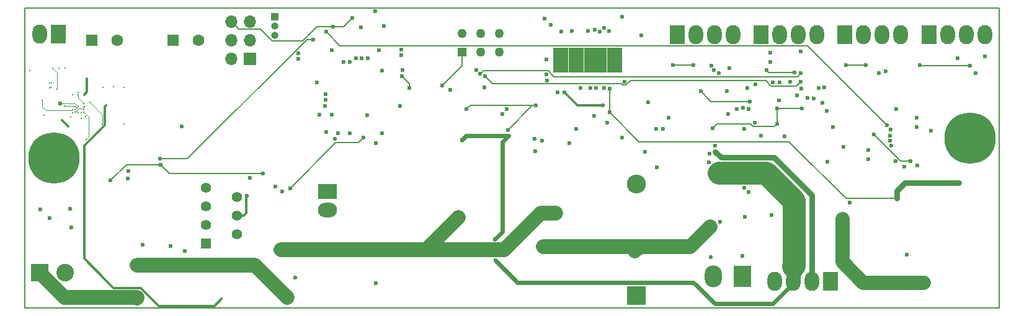
<source format=gbr>
G04 #@! TF.FileFunction,Copper,L2,Inr,Signal*
%FSLAX46Y46*%
G04 Gerber Fmt 4.6, Leading zero omitted, Abs format (unit mm)*
G04 Created by KiCad (PCBNEW 4.0.7) date 06/06/18 14:30:24*
%MOMM*%
%LPD*%
G01*
G04 APERTURE LIST*
%ADD10C,0.100000*%
%ADD11C,0.150000*%
%ADD12R,1.600000X1.600000*%
%ADD13C,1.600000*%
%ADD14R,2.600000X2.600000*%
%ADD15O,2.600000X2.600000*%
%ADD16C,7.000000*%
%ADD17R,1.700000X1.700000*%
%ADD18O,1.700000X1.700000*%
%ADD19R,1.000000X1.000000*%
%ADD20O,1.000000X1.000000*%
%ADD21R,2.350000X3.000000*%
%ADD22O,2.350000X3.000000*%
%ADD23C,1.270000*%
%ADD24R,1.270000X1.270000*%
%ADD25R,2.000000X2.600000*%
%ADD26O,2.000000X2.600000*%
%ADD27R,1.397000X1.397000*%
%ADD28C,1.397000*%
%ADD29R,1.100000X0.890000*%
%ADD30R,2.600000X2.000000*%
%ADD31O,2.600000X2.000000*%
%ADD32C,2.400000*%
%ADD33R,2.400000X2.400000*%
%ADD34C,0.600000*%
%ADD35C,0.200000*%
%ADD36C,0.200000*%
%ADD37C,0.300000*%
%ADD38C,0.800000*%
%ADD39C,1.960000*%
%ADD40C,2.000000*%
%ADD41C,0.600000*%
%ADD42C,3.120000*%
G04 APERTURE END LIST*
D10*
D11*
X25000000Y-164000000D02*
X25000000Y-123000000D01*
X158000000Y-164000000D02*
X25000000Y-164000000D01*
X158000000Y-123000000D02*
X158000000Y-164000000D01*
X25000000Y-123000000D02*
X158000000Y-123000000D01*
D12*
X45200000Y-127450000D03*
D13*
X48700000Y-127450000D03*
D12*
X34100000Y-127450000D03*
D13*
X37600000Y-127450000D03*
D14*
X108490000Y-162350000D03*
D15*
X108490000Y-147110000D03*
D16*
X154010000Y-140810000D03*
D17*
X55690000Y-129950000D03*
D18*
X53150000Y-129950000D03*
X55690000Y-127410000D03*
X53150000Y-127410000D03*
X55690000Y-124870000D03*
X53150000Y-124870000D03*
D19*
X59090000Y-124250000D03*
D20*
X59090000Y-125520000D03*
X59090000Y-126790000D03*
D21*
X122950000Y-159700000D03*
D22*
X118990000Y-159700000D03*
D23*
X84690000Y-126480000D03*
X87230000Y-126480000D03*
X89770000Y-126480000D03*
D24*
X84690000Y-129020000D03*
D23*
X87230000Y-129020000D03*
X89770000Y-129020000D03*
D25*
X125520000Y-126650000D03*
D26*
X128060000Y-126650000D03*
X130600000Y-126650000D03*
X133140000Y-126650000D03*
D25*
X114080000Y-126650000D03*
D26*
X116620000Y-126650000D03*
X119160000Y-126650000D03*
X121700000Y-126650000D03*
D25*
X136950000Y-126650000D03*
D26*
X139490000Y-126650000D03*
X142030000Y-126650000D03*
X144570000Y-126650000D03*
D25*
X148400000Y-126650000D03*
D26*
X150940000Y-126650000D03*
X153480000Y-126650000D03*
X156020000Y-126650000D03*
D27*
X49724000Y-155220000D03*
D28*
X53915000Y-153950000D03*
X49724000Y-152680000D03*
X53915000Y-151410000D03*
X49724000Y-150140000D03*
X53915000Y-148870000D03*
X49724000Y-147600000D03*
D29*
X106045000Y-131385000D03*
X106045000Y-130535000D03*
X106045000Y-128835000D03*
X106045000Y-129685000D03*
X104988750Y-129685000D03*
X104988750Y-128835000D03*
X104988750Y-130535000D03*
X104988750Y-131385000D03*
X103932500Y-131385000D03*
X103932500Y-130535000D03*
X103932500Y-128835000D03*
X103932500Y-129685000D03*
X102876250Y-129685000D03*
X102876250Y-128835000D03*
X102876250Y-130535000D03*
X102876250Y-131385000D03*
X101820000Y-131385000D03*
X101820000Y-130535000D03*
X101820000Y-128835000D03*
X101820000Y-129685000D03*
X100763750Y-129685000D03*
X100763750Y-128835000D03*
X100763750Y-130535000D03*
X100763750Y-131385000D03*
X99707500Y-131385000D03*
X99707500Y-130535000D03*
X99707500Y-128835000D03*
X99707500Y-129685000D03*
X98651250Y-129685000D03*
X98651250Y-128835000D03*
X98651250Y-130535000D03*
X98651250Y-131385000D03*
X97595000Y-131385000D03*
X97595000Y-130535000D03*
X97595000Y-128835000D03*
X97595000Y-129685000D03*
D16*
X29000000Y-143500000D03*
D30*
X66330000Y-148100000D03*
D31*
X66330000Y-150640000D03*
D25*
X29550000Y-126600000D03*
D26*
X27010000Y-126600000D03*
D32*
X30500000Y-159200000D03*
D33*
X27000000Y-159200000D03*
D25*
X134950000Y-160350000D03*
D26*
X132410000Y-160350000D03*
X129870000Y-160350000D03*
X127330000Y-160350000D03*
D34*
X117260000Y-134399999D03*
X87680000Y-133900000D03*
X94670000Y-142550000D03*
X126248909Y-131521091D03*
X123975028Y-135790010D03*
X134480000Y-137070000D03*
X146740000Y-139240000D03*
X143876446Y-143973554D03*
X140120000Y-142450000D03*
X133830000Y-135950000D03*
X130070000Y-131800000D03*
X36680000Y-146600000D03*
X43520000Y-144450000D03*
X57460000Y-145630000D03*
X61230000Y-147640000D03*
X71200000Y-140740000D03*
X72875860Y-141510000D03*
X73788316Y-140129999D03*
X83100000Y-134210000D03*
X74020000Y-125490000D03*
X69670000Y-124340000D03*
X67040000Y-125530000D03*
X119004779Y-131524908D03*
X109680000Y-142680000D03*
X112825002Y-138050000D03*
X111250000Y-144743658D03*
X123020000Y-136640000D03*
X121200000Y-131250000D03*
X129480000Y-133059999D03*
X146710000Y-138050000D03*
X145040000Y-144670000D03*
X143960000Y-136820000D03*
X147120000Y-130820000D03*
X154000000Y-130890000D03*
X142520000Y-131670000D03*
X76450000Y-132380000D03*
X77460000Y-133930000D03*
X71740000Y-137670000D03*
X73780000Y-131590000D03*
X66890000Y-128800000D03*
X70910000Y-125610000D03*
X64900000Y-133210000D03*
X72800000Y-123480000D03*
X61930000Y-159850000D03*
X72920000Y-160590000D03*
X99341728Y-141509990D03*
X55700000Y-146190000D03*
X118620000Y-157050000D03*
X90140000Y-137480000D03*
X119890000Y-152200000D03*
X122940000Y-156880000D03*
D35*
X31480000Y-134910000D03*
X25650000Y-131580000D03*
D34*
X44850000Y-155540000D03*
D35*
X51850000Y-162770000D03*
X36110000Y-136300000D03*
X33060000Y-136100000D03*
X32270000Y-134900000D03*
D34*
X119250000Y-142650000D03*
X121030000Y-137480000D03*
X123230000Y-139530000D03*
X156020000Y-129600000D03*
X145390000Y-156730000D03*
X123760000Y-136800000D03*
X123180000Y-147610000D03*
X96170000Y-130030000D03*
X134500000Y-144030000D03*
X123640000Y-133960000D03*
X104100000Y-125750000D03*
X95960000Y-124430000D03*
X96750000Y-125330000D03*
X106480000Y-124220000D03*
X102800000Y-126030000D03*
X106820000Y-133060000D03*
X102960000Y-133980000D03*
X103860000Y-136350000D03*
X98600000Y-134520000D03*
X104820000Y-137290000D03*
X104810000Y-133990000D03*
X152510000Y-146890000D03*
X144050000Y-149060000D03*
X146780000Y-144560000D03*
X102160000Y-133970000D03*
X102720000Y-137760000D03*
X46420000Y-139170000D03*
X27100000Y-150500000D03*
X154810000Y-131920000D03*
X130880000Y-133090000D03*
X87770000Y-132360000D03*
X65970000Y-136420000D03*
X87155891Y-132024014D03*
X141580000Y-131910000D03*
X130930000Y-131950000D03*
X66010000Y-135530000D03*
X86656890Y-131533081D03*
X118710000Y-130890000D03*
X66050686Y-134800686D03*
X113450000Y-130840000D03*
X116280000Y-130850000D03*
X123250000Y-151540000D03*
X108250000Y-156240000D03*
X118550000Y-152930000D03*
X95740000Y-155630000D03*
X152300000Y-129860000D03*
X119250001Y-141850000D03*
X134110000Y-133860000D03*
X143190000Y-139640000D03*
X126750000Y-130360000D03*
X126750000Y-129140000D03*
X94600000Y-140890000D03*
X68540000Y-130390000D03*
X60100000Y-148110000D03*
X39150000Y-145320000D03*
D35*
X32660000Y-138110000D03*
D34*
X98210000Y-126210000D03*
X123770000Y-148190000D03*
X128660000Y-140550000D03*
X140160000Y-143710000D03*
X125520000Y-140470000D03*
X99620000Y-126160000D03*
X127110000Y-133160000D03*
X103510000Y-126220000D03*
X137630000Y-149590000D03*
X101830000Y-126140000D03*
X136730000Y-142020000D03*
X46840000Y-156200000D03*
X31180000Y-150420000D03*
X41080000Y-155400000D03*
X40330000Y-162610000D03*
X135320000Y-139310000D03*
X104080000Y-133980000D03*
X104470000Y-138690000D03*
X109100000Y-126790000D03*
X104730000Y-126190000D03*
X100820000Y-133950000D03*
X97740000Y-134570000D03*
X143060000Y-141160000D03*
X96240000Y-132890000D03*
X66920000Y-137610000D03*
X84670000Y-141050000D03*
X91010000Y-140500000D03*
X89180000Y-154610000D03*
X89210000Y-157520000D03*
X119710000Y-145570000D03*
D35*
X33070000Y-134900000D03*
X33420000Y-132650000D03*
X31260000Y-137900000D03*
X30450000Y-131200000D03*
X28590000Y-133280000D03*
X28580000Y-133900000D03*
X33270000Y-137870000D03*
X28330000Y-133280000D03*
X28330000Y-133920000D03*
X29600000Y-131220000D03*
X28750000Y-131200000D03*
X29390000Y-134110000D03*
D34*
X124660000Y-138720000D03*
X124740000Y-133450000D03*
X106500000Y-140690000D03*
X131850000Y-135330000D03*
X120850000Y-134400000D03*
X122190000Y-136790000D03*
X132720000Y-135370000D03*
X71773646Y-129879990D03*
D35*
X27580000Y-137650000D03*
X31460000Y-137300000D03*
X33340000Y-140970000D03*
X33060000Y-137290000D03*
X31470000Y-136910000D03*
X27320000Y-135650000D03*
X38540000Y-138840000D03*
X33060000Y-136890000D03*
X31870000Y-136900000D03*
X37070000Y-133820000D03*
X32260000Y-134500000D03*
X35610000Y-133840000D03*
X38520000Y-133840000D03*
X32270000Y-137300000D03*
D34*
X111150000Y-139560000D03*
X112090000Y-139530000D03*
X148690000Y-139780000D03*
X81950000Y-133630000D03*
X137050000Y-130840000D03*
X139760000Y-130850000D03*
X118450002Y-142900000D03*
X67730000Y-140160000D03*
X65210000Y-137590000D03*
X119760000Y-131900000D03*
X130960000Y-134010000D03*
X66090000Y-140000000D03*
X62350000Y-129200000D03*
X70950000Y-129880000D03*
X62320000Y-130000000D03*
X70160000Y-129870000D03*
X73330000Y-128760000D03*
X130360000Y-134990000D03*
X76410000Y-129430000D03*
X127928312Y-135626131D03*
X76540000Y-131490000D03*
X100270000Y-139560001D03*
X90740000Y-136830000D03*
X76240000Y-136390000D03*
X145920000Y-143940000D03*
X140910000Y-140300000D03*
X64340000Y-127340000D03*
X43480000Y-143630000D03*
X142692460Y-139047540D03*
X66150000Y-126270000D03*
X29810000Y-136100000D03*
D35*
X32270000Y-136490000D03*
D34*
X67290000Y-140930000D03*
X31370000Y-153030000D03*
X69340000Y-140130000D03*
X143110000Y-140430000D03*
X76400000Y-128700000D03*
X96160000Y-132100000D03*
X110110000Y-135860000D03*
X126900000Y-151290000D03*
X147690000Y-160540000D03*
X136540000Y-151780000D03*
X55313511Y-148660000D03*
D35*
X30041778Y-138308222D03*
X30360000Y-136390000D03*
X30950000Y-139220000D03*
X33080000Y-136510000D03*
X31870000Y-137280000D03*
X31870000Y-136500000D03*
D34*
X97480000Y-151080000D03*
X84180000Y-151660000D03*
X59930000Y-156070000D03*
X118407773Y-144078886D03*
X133380000Y-133920000D03*
X143250000Y-141860000D03*
X95630000Y-141140000D03*
X69340000Y-130380000D03*
X59200000Y-147400000D03*
X39060000Y-146270000D03*
D35*
X32660000Y-137310000D03*
D34*
X118838554Y-139468554D03*
X127660000Y-138830000D03*
X131060002Y-136765002D03*
X127670000Y-136780000D03*
X128000000Y-133160001D03*
X130930000Y-128980000D03*
X85300000Y-136790000D03*
X94730000Y-136330000D03*
X90900000Y-139710000D03*
D35*
X33890000Y-135900000D03*
X35540000Y-138940000D03*
D34*
X28410000Y-151760000D03*
X60830000Y-162600000D03*
X51500000Y-158130000D03*
X40300000Y-158200000D03*
D36*
X123975028Y-135790010D02*
X118650011Y-135790010D01*
X118650011Y-135790010D02*
X117260000Y-134399999D01*
X130070000Y-131800000D02*
X126527818Y-131800000D01*
X126527818Y-131800000D02*
X126248909Y-131521091D01*
X43520000Y-144450000D02*
X38830000Y-144450000D01*
X38830000Y-144450000D02*
X36680000Y-146600000D01*
X57460000Y-145630000D02*
X44700000Y-145630000D01*
X44700000Y-145630000D02*
X43520000Y-144450000D01*
X71200000Y-140740000D02*
X70509999Y-141430001D01*
X70509999Y-141430001D02*
X67439999Y-141430001D01*
X67439999Y-141430001D02*
X61230000Y-147640000D01*
X67040000Y-125530000D02*
X68480000Y-125530000D01*
X68480000Y-125530000D02*
X69670000Y-124340000D01*
X53150000Y-124870000D02*
X54200001Y-125920001D01*
X54200001Y-125920001D02*
X57183999Y-125920001D01*
X57183999Y-125920001D02*
X58753999Y-127490001D01*
X58753999Y-127490001D02*
X62895719Y-127490001D01*
X62895719Y-127490001D02*
X64855720Y-125530000D01*
X64855720Y-125530000D02*
X67040000Y-125530000D01*
X154000000Y-130890000D02*
X147190000Y-130890000D01*
X147190000Y-130890000D02*
X147120000Y-130820000D01*
X77460000Y-133930000D02*
X77460000Y-133390000D01*
X77460000Y-133390000D02*
X76450000Y-132380000D01*
D37*
X35930000Y-136480000D02*
X35930000Y-138990000D01*
X36110000Y-136300000D02*
X35930000Y-136480000D01*
X35930000Y-160070000D02*
X37130000Y-161270000D01*
X37130000Y-161270000D02*
X40840000Y-161270000D01*
X40840000Y-161270000D02*
X43290000Y-163720000D01*
X43290000Y-163720000D02*
X50900000Y-163720000D01*
X50900000Y-163720000D02*
X51850000Y-162770000D01*
X33130000Y-157270000D02*
X35930000Y-160070000D01*
X33130000Y-141790000D02*
X33130000Y-157270000D01*
X35930000Y-138990000D02*
X33130000Y-141790000D01*
D10*
X33060000Y-136100000D02*
X32270000Y-135310000D01*
X32270000Y-135310000D02*
X32270000Y-134900000D01*
D38*
X132410000Y-148630000D02*
X132410000Y-160350000D01*
X127240000Y-143460000D02*
X132410000Y-148630000D01*
X120060000Y-143460000D02*
X127240000Y-143460000D01*
X119250000Y-142650000D02*
X120060000Y-143460000D01*
D37*
X103860000Y-136350000D02*
X100430000Y-136350000D01*
X100430000Y-136350000D02*
X98600000Y-134520000D01*
D36*
X144050000Y-149060000D02*
X137100000Y-149060000D01*
X104810000Y-137260000D02*
X104810000Y-133990000D01*
X108840000Y-141290000D02*
X104810000Y-137260000D01*
X129330000Y-141290000D02*
X108840000Y-141290000D01*
X137100000Y-149060000D02*
X129330000Y-141290000D01*
D38*
X144050000Y-149060000D02*
X144050000Y-147970000D01*
X145130000Y-146890000D02*
X152510000Y-146890000D01*
X144050000Y-147970000D02*
X145130000Y-146890000D01*
D36*
X87770000Y-132360000D02*
X88800001Y-133390001D01*
X107060001Y-133560001D02*
X107700003Y-132919999D01*
X88800001Y-133390001D02*
X106409999Y-133390001D01*
X126129997Y-132919999D02*
X126869999Y-133660001D01*
X130309999Y-133660001D02*
X130880000Y-133090000D01*
X106409999Y-133390001D02*
X106579999Y-133560001D01*
X106579999Y-133560001D02*
X107060001Y-133560001D01*
X107700003Y-132919999D02*
X126129997Y-132919999D01*
X126869999Y-133660001D02*
X130309999Y-133660001D01*
X87579906Y-131599999D02*
X87455890Y-131724015D01*
X130930000Y-131950000D02*
X130479999Y-132400001D01*
X130479999Y-132400001D02*
X97200003Y-132400001D01*
X87455890Y-131724015D02*
X87155891Y-132024014D01*
X97200003Y-132400001D02*
X96400001Y-131599999D01*
X96400001Y-131599999D02*
X87579906Y-131599999D01*
X113450000Y-130840000D02*
X113460000Y-130850000D01*
X113460000Y-130850000D02*
X116280000Y-130850000D01*
D39*
X108680000Y-155840000D02*
X108680000Y-155630000D01*
X108460000Y-155840000D02*
X108680000Y-155840000D01*
X108250000Y-155630000D02*
X108460000Y-155840000D01*
X108250000Y-156240000D02*
X108250000Y-155630000D01*
D40*
X95740000Y-155630000D02*
X108680000Y-155630000D01*
X108680000Y-155630000D02*
X115850000Y-155630000D01*
X115850000Y-155630000D02*
X118550000Y-152930000D01*
X30370000Y-162570000D02*
X27000000Y-159200000D01*
X40290000Y-162570000D02*
X30370000Y-162570000D01*
X40330000Y-162610000D02*
X40290000Y-162570000D01*
D41*
X85220000Y-140500000D02*
X91010000Y-140500000D01*
X84670000Y-141050000D02*
X85220000Y-140500000D01*
X129870000Y-160350000D02*
X129870000Y-160630000D01*
X129870000Y-160630000D02*
X127060000Y-163440000D01*
X90160000Y-141350000D02*
X91010000Y-140500000D01*
X90160000Y-153630000D02*
X90160000Y-141350000D01*
X89180000Y-154610000D02*
X90160000Y-153630000D01*
X92210000Y-160520000D02*
X89210000Y-157520000D01*
X116260000Y-160520000D02*
X92210000Y-160520000D01*
X119180000Y-163440000D02*
X116260000Y-160520000D01*
X127060000Y-163440000D02*
X119180000Y-163440000D01*
D42*
X126150000Y-145570000D02*
X129970000Y-149390000D01*
X119710000Y-145570000D02*
X126150000Y-145570000D01*
D39*
X129870000Y-158320000D02*
X129870000Y-160350000D01*
D42*
X129970000Y-158220000D02*
X129870000Y-158320000D01*
X129970000Y-149390000D02*
X129970000Y-158220000D01*
D37*
X33480000Y-133600000D02*
X33480000Y-132710000D01*
X33070000Y-134900000D02*
X33480000Y-134490000D01*
X33480000Y-134490000D02*
X33480000Y-133600000D01*
D10*
X33480000Y-132710000D02*
X33420000Y-132650000D01*
X28750000Y-131200000D02*
X29390000Y-131840000D01*
X29390000Y-131840000D02*
X29390000Y-134110000D01*
X31460000Y-137300000D02*
X31430000Y-137330000D01*
X33670000Y-137900000D02*
X33060000Y-137290000D01*
X33670000Y-140640000D02*
X33670000Y-137900000D01*
X33340000Y-140970000D02*
X33670000Y-140640000D01*
X33060000Y-137290000D02*
X33080000Y-137310000D01*
X30330000Y-137030000D02*
X27880000Y-137030000D01*
X31350000Y-137030000D02*
X30330000Y-137030000D01*
X31470000Y-136910000D02*
X31350000Y-137030000D01*
X27320000Y-136470000D02*
X27320000Y-135650000D01*
X27880000Y-137030000D02*
X27320000Y-136470000D01*
D36*
X84690000Y-129020000D02*
X84690000Y-130890000D01*
X84690000Y-130890000D02*
X81950000Y-133630000D01*
X137050000Y-130840000D02*
X137060000Y-130850000D01*
X137060000Y-130850000D02*
X139760000Y-130850000D01*
X144550000Y-143940000D02*
X145920000Y-143940000D01*
X140910000Y-140300000D02*
X144550000Y-143940000D01*
X43480000Y-143630000D02*
X47179998Y-143630000D01*
X47179998Y-143630000D02*
X63469998Y-127340000D01*
X63469998Y-127340000D02*
X64340000Y-127340000D01*
X66150000Y-126270000D02*
X68030010Y-128150010D01*
X68030010Y-128150010D02*
X131794930Y-128150010D01*
X131794930Y-128150010D02*
X142692460Y-139047540D01*
D10*
X30350000Y-136090000D02*
X30340000Y-136100000D01*
X30340000Y-136100000D02*
X29810000Y-136100000D01*
X31870000Y-136090000D02*
X30350000Y-136090000D01*
X32270000Y-136490000D02*
X31870000Y-136090000D01*
D39*
X136540000Y-151780000D02*
X136540000Y-157680000D01*
X139400000Y-160540000D02*
X147690000Y-160540000D01*
X136540000Y-157680000D02*
X139400000Y-160540000D01*
D37*
X55250000Y-151062828D02*
X55250000Y-148723511D01*
X55250000Y-148723511D02*
X55313511Y-148660000D01*
X53915000Y-151410000D02*
X54902828Y-151410000D01*
X54902828Y-151410000D02*
X55250000Y-151062828D01*
X30670000Y-138936444D02*
X30670000Y-138940000D01*
X30041778Y-138308222D02*
X30670000Y-138936444D01*
D10*
X31760000Y-136390000D02*
X30360000Y-136390000D01*
X31870000Y-136500000D02*
X31760000Y-136390000D01*
D37*
X30670000Y-138940000D02*
X30950000Y-139220000D01*
D10*
X32810000Y-136780000D02*
X32150000Y-136780000D01*
X33080000Y-136510000D02*
X32810000Y-136780000D01*
X31870000Y-137280000D02*
X32150000Y-137000000D01*
X32150000Y-137000000D02*
X32150000Y-136780000D01*
X32150000Y-136780000D02*
X31870000Y-136500000D01*
D40*
X79770000Y-156070000D02*
X90460000Y-156070000D01*
X95450000Y-151080000D02*
X97480000Y-151080000D01*
X90460000Y-156070000D02*
X95450000Y-151080000D01*
X59930000Y-156070000D02*
X79770000Y-156070000D01*
X79770000Y-156070000D02*
X84180000Y-151660000D01*
D36*
X127660000Y-138830000D02*
X127269999Y-139220001D01*
X127269999Y-139220001D02*
X124419999Y-139220001D01*
X124419999Y-139220001D02*
X124029998Y-138830000D01*
X124029998Y-138830000D02*
X119477108Y-138830000D01*
X119477108Y-138830000D02*
X118838554Y-139468554D01*
X127670000Y-136780000D02*
X127670000Y-138820000D01*
X127670000Y-138820000D02*
X127660000Y-138830000D01*
X131060002Y-136765002D02*
X127684998Y-136765002D01*
X127684998Y-136765002D02*
X127670000Y-136780000D01*
X94730000Y-136330000D02*
X85760000Y-136330000D01*
X85760000Y-136330000D02*
X85300000Y-136790000D01*
X94280000Y-136330000D02*
X94730000Y-136330000D01*
X90900000Y-139710000D02*
X94280000Y-136330000D01*
D10*
X35540000Y-137550000D02*
X35540000Y-138940000D01*
X33890000Y-135900000D02*
X35540000Y-137550000D01*
D40*
X51500000Y-158130000D02*
X56360000Y-158130000D01*
X56360000Y-158130000D02*
X60830000Y-162600000D01*
X40370000Y-158130000D02*
X51500000Y-158130000D01*
X40300000Y-158200000D02*
X40370000Y-158130000D01*
M02*

</source>
